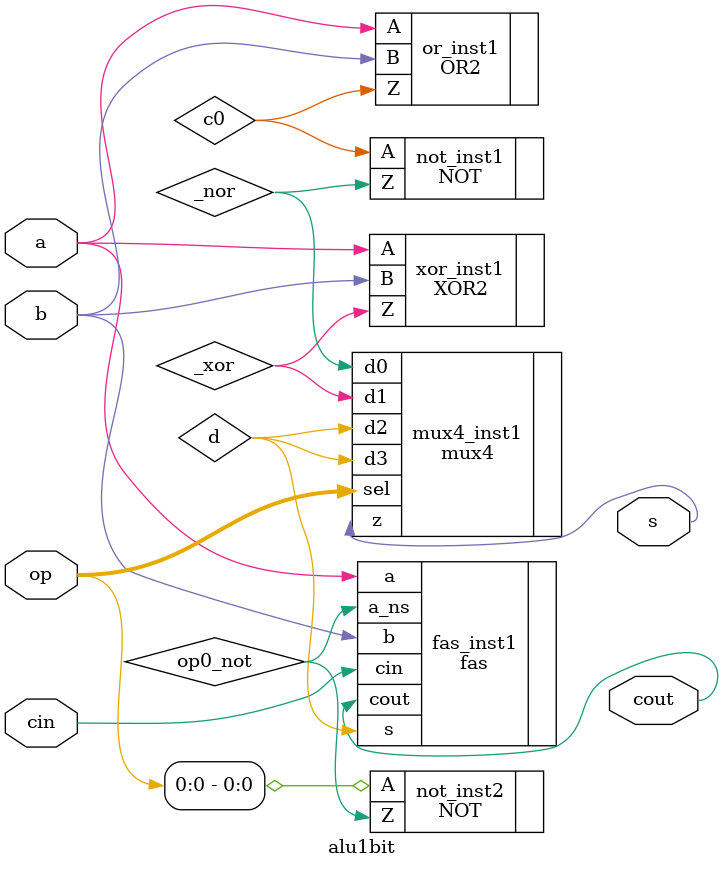
<source format=sv>
module alu1bit (
    input logic a,           // Input bit a
    input logic b,           // Input bit b
    input logic cin,         // Carry in
    input logic [1:0] op,    // Operation
    output logic s,          // Output S
    output logic cout        // Carry out
);
logic c0,_nor,_xor,d,op0_not;


OR2 #(.Tpdhl(1), .Tpdlh(1)) or_inst1(.Z(c0),.A(a), .B(b));
NOT #(.Tpdhl(5), .Tpdlh(5)) not_inst1(.Z(_nor),.A(c0));


XOR2 #(.Tpdhl(4), .Tpdlh(4)) xor_inst1(.Z(_xor),.A(a), .B(b));

NOT #(.Tpdhl(5), .Tpdlh(5)) not_inst2(.Z(op0_not),.A(op[0]));
fas fas_inst1(.a(a),.b(b),.cin(cin),.a_ns(op0_not),.s(d),.cout(cout));

mux4 mux4_inst1(.d0(_nor),.d1(_xor),.d2(d),.d3(d),.sel(op),.z(s));




endmodule

</source>
